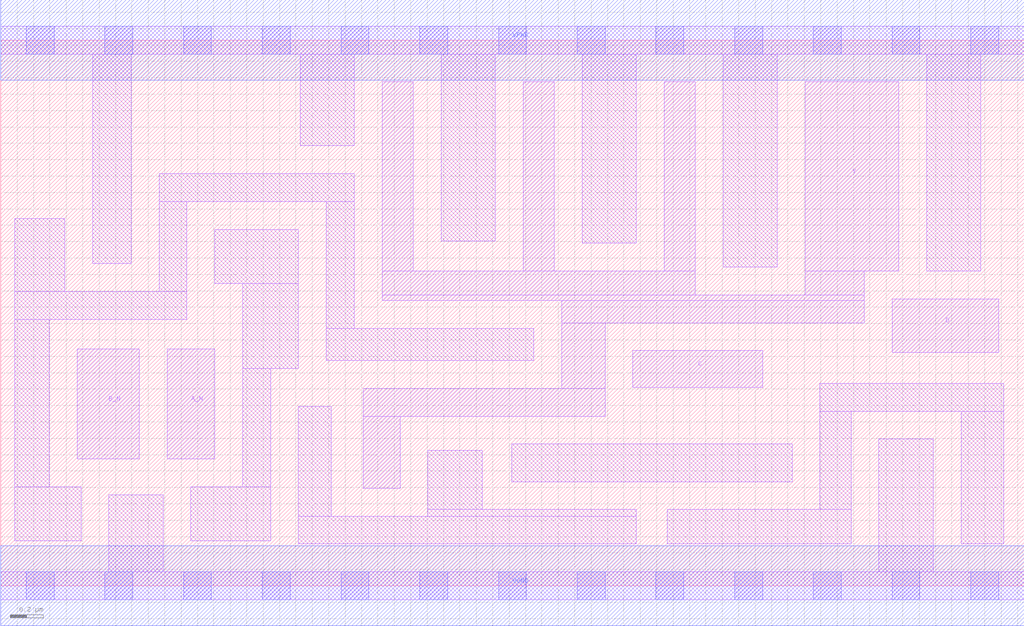
<source format=lef>
# Copyright 2020 The SkyWater PDK Authors
#
# Licensed under the Apache License, Version 2.0 (the "License");
# you may not use this file except in compliance with the License.
# You may obtain a copy of the License at
#
#     https://www.apache.org/licenses/LICENSE-2.0
#
# Unless required by applicable law or agreed to in writing, software
# distributed under the License is distributed on an "AS IS" BASIS,
# WITHOUT WARRANTIES OR CONDITIONS OF ANY KIND, either express or implied.
# See the License for the specific language governing permissions and
# limitations under the License.
#
# SPDX-License-Identifier: Apache-2.0

VERSION 5.7 ;
  NOWIREEXTENSIONATPIN ON ;
  DIVIDERCHAR "/" ;
  BUSBITCHARS "[]" ;
UNITS
  DATABASE MICRONS 200 ;
END UNITS
MACRO sky130_fd_sc_lp__nand4bb_2
  CLASS CORE ;
  FOREIGN sky130_fd_sc_lp__nand4bb_2 ;
  ORIGIN  0.000000  0.000000 ;
  SIZE  6.240000 BY  3.330000 ;
  SYMMETRY X Y R90 ;
  SITE unit ;
  PIN A_N
    ANTENNAGATEAREA  0.126000 ;
    DIRECTION INPUT ;
    USE SIGNAL ;
    PORT
      LAYER li1 ;
        RECT 1.015000 0.775000 1.305000 1.445000 ;
    END
  END A_N
  PIN B_N
    ANTENNAGATEAREA  0.126000 ;
    DIRECTION INPUT ;
    USE SIGNAL ;
    PORT
      LAYER li1 ;
        RECT 0.465000 0.775000 0.845000 1.445000 ;
    END
  END B_N
  PIN C
    ANTENNAGATEAREA  0.630000 ;
    DIRECTION INPUT ;
    USE SIGNAL ;
    PORT
      LAYER li1 ;
        RECT 3.855000 1.210000 4.645000 1.435000 ;
    END
  END C
  PIN D
    ANTENNAGATEAREA  0.630000 ;
    DIRECTION INPUT ;
    USE SIGNAL ;
    PORT
      LAYER li1 ;
        RECT 5.435000 1.425000 6.085000 1.750000 ;
    END
  END D
  PIN Y
    ANTENNADIFFAREA  2.125200 ;
    DIRECTION OUTPUT ;
    USE SIGNAL ;
    PORT
      LAYER li1 ;
        RECT 2.210000 0.595000 2.435000 1.035000 ;
        RECT 2.210000 1.035000 3.685000 1.205000 ;
        RECT 2.325000 1.740000 5.265000 1.775000 ;
        RECT 2.325000 1.775000 4.235000 1.920000 ;
        RECT 2.325000 1.920000 2.515000 3.075000 ;
        RECT 3.185000 1.920000 3.375000 3.075000 ;
        RECT 3.420000 1.205000 3.685000 1.605000 ;
        RECT 3.420000 1.605000 5.265000 1.740000 ;
        RECT 4.045000 1.920000 4.235000 3.075000 ;
        RECT 4.905000 1.775000 5.265000 1.920000 ;
        RECT 4.905000 1.920000 5.475000 3.075000 ;
    END
  END Y
  PIN VGND
    DIRECTION INOUT ;
    USE GROUND ;
    PORT
      LAYER met1 ;
        RECT 0.000000 -0.245000 6.240000 0.245000 ;
    END
  END VGND
  PIN VPWR
    DIRECTION INOUT ;
    USE POWER ;
    PORT
      LAYER met1 ;
        RECT 0.000000 3.085000 6.240000 3.575000 ;
    END
  END VPWR
  OBS
    LAYER li1 ;
      RECT 0.000000 -0.085000 6.240000 0.085000 ;
      RECT 0.000000  3.245000 6.240000 3.415000 ;
      RECT 0.085000  0.275000 0.490000 0.605000 ;
      RECT 0.085000  0.605000 0.295000 1.625000 ;
      RECT 0.085000  1.625000 1.135000 1.795000 ;
      RECT 0.085000  1.795000 0.390000 2.240000 ;
      RECT 0.560000  1.965000 0.795000 3.245000 ;
      RECT 0.660000  0.085000 0.990000 0.555000 ;
      RECT 0.965000  1.795000 1.135000 2.345000 ;
      RECT 0.965000  2.345000 2.155000 2.515000 ;
      RECT 1.160000  0.275000 1.645000 0.605000 ;
      RECT 1.305000  1.845000 1.815000 2.175000 ;
      RECT 1.475000  0.605000 1.645000 1.325000 ;
      RECT 1.475000  1.325000 1.815000 1.845000 ;
      RECT 1.815000  0.255000 3.875000 0.425000 ;
      RECT 1.815000  0.425000 2.015000 1.095000 ;
      RECT 1.825000  2.685000 2.155000 3.245000 ;
      RECT 1.985000  1.375000 3.250000 1.570000 ;
      RECT 1.985000  1.570000 2.155000 2.345000 ;
      RECT 2.605000  0.425000 3.875000 0.465000 ;
      RECT 2.605000  0.465000 2.935000 0.825000 ;
      RECT 2.685000  2.105000 3.015000 3.245000 ;
      RECT 3.115000  0.635000 4.825000 0.865000 ;
      RECT 3.545000  2.090000 3.875000 3.245000 ;
      RECT 4.065000  0.255000 5.185000 0.465000 ;
      RECT 4.405000  1.945000 4.735000 3.245000 ;
      RECT 4.995000  0.465000 5.185000 1.065000 ;
      RECT 4.995000  1.065000 6.115000 1.235000 ;
      RECT 5.355000  0.085000 5.685000 0.895000 ;
      RECT 5.645000  1.920000 5.975000 3.245000 ;
      RECT 5.855000  0.255000 6.115000 1.065000 ;
    LAYER mcon ;
      RECT 0.155000 -0.085000 0.325000 0.085000 ;
      RECT 0.155000  3.245000 0.325000 3.415000 ;
      RECT 0.635000 -0.085000 0.805000 0.085000 ;
      RECT 0.635000  3.245000 0.805000 3.415000 ;
      RECT 1.115000 -0.085000 1.285000 0.085000 ;
      RECT 1.115000  3.245000 1.285000 3.415000 ;
      RECT 1.595000 -0.085000 1.765000 0.085000 ;
      RECT 1.595000  3.245000 1.765000 3.415000 ;
      RECT 2.075000 -0.085000 2.245000 0.085000 ;
      RECT 2.075000  3.245000 2.245000 3.415000 ;
      RECT 2.555000 -0.085000 2.725000 0.085000 ;
      RECT 2.555000  3.245000 2.725000 3.415000 ;
      RECT 3.035000 -0.085000 3.205000 0.085000 ;
      RECT 3.035000  3.245000 3.205000 3.415000 ;
      RECT 3.515000 -0.085000 3.685000 0.085000 ;
      RECT 3.515000  3.245000 3.685000 3.415000 ;
      RECT 3.995000 -0.085000 4.165000 0.085000 ;
      RECT 3.995000  3.245000 4.165000 3.415000 ;
      RECT 4.475000 -0.085000 4.645000 0.085000 ;
      RECT 4.475000  3.245000 4.645000 3.415000 ;
      RECT 4.955000 -0.085000 5.125000 0.085000 ;
      RECT 4.955000  3.245000 5.125000 3.415000 ;
      RECT 5.435000 -0.085000 5.605000 0.085000 ;
      RECT 5.435000  3.245000 5.605000 3.415000 ;
      RECT 5.915000 -0.085000 6.085000 0.085000 ;
      RECT 5.915000  3.245000 6.085000 3.415000 ;
  END
END sky130_fd_sc_lp__nand4bb_2
END LIBRARY

</source>
